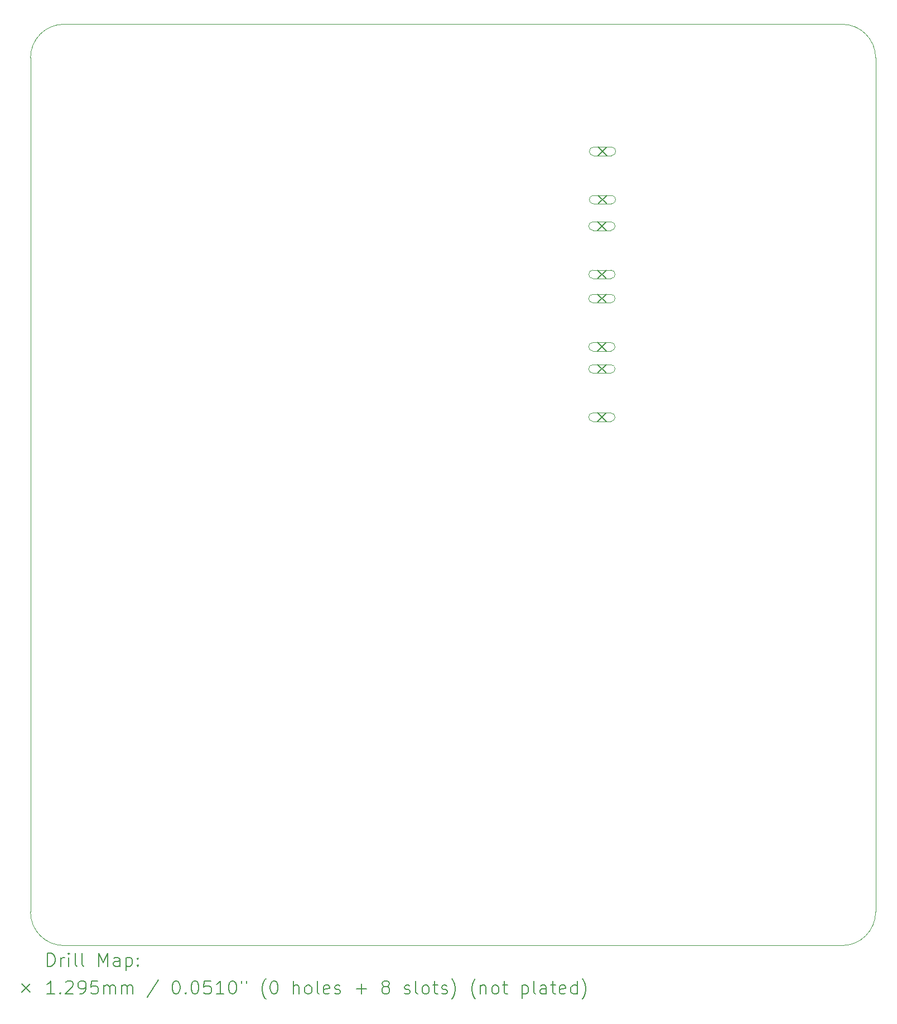
<source format=gbr>
%TF.GenerationSoftware,KiCad,Pcbnew,9.0.3*%
%TF.CreationDate,2025-09-17T10:51:44-04:00*%
%TF.ProjectId,4_COLD_TPC_SiPM_Pre_Amp,345f434f-4c44-45f5-9450-435f5369504d,rev?*%
%TF.SameCoordinates,Original*%
%TF.FileFunction,Drillmap*%
%TF.FilePolarity,Positive*%
%FSLAX45Y45*%
G04 Gerber Fmt 4.5, Leading zero omitted, Abs format (unit mm)*
G04 Created by KiCad (PCBNEW 9.0.3) date 2025-09-17 10:51:44*
%MOMM*%
%LPD*%
G01*
G04 APERTURE LIST*
%ADD10C,0.050000*%
%ADD11C,0.200000*%
%ADD12C,0.129540*%
%ADD13C,0.100000*%
G04 APERTURE END LIST*
D10*
X13208000Y-18796000D02*
G75*
G02*
X12700000Y-18288000I0J508000D01*
G01*
X12700000Y-16764000D02*
X12700000Y-5334000D01*
X12700000Y-5334000D02*
G75*
G02*
X13208000Y-4826000I508000J0D01*
G01*
X25019000Y-18796000D02*
X13208000Y-18796000D01*
X12700000Y-18288000D02*
X12700000Y-16764000D01*
X25019000Y-4826000D02*
G75*
G02*
X25527000Y-5334000I0J-508000D01*
G01*
X25527000Y-5334000D02*
X25527000Y-18288000D01*
X13208000Y-4826000D02*
X25019000Y-4826000D01*
X25527000Y-18288000D02*
G75*
G02*
X25019000Y-18796000I-508000J0D01*
G01*
D11*
D12*
X21307230Y-8920230D02*
X21436770Y-9049770D01*
X21436770Y-8920230D02*
X21307230Y-9049770D01*
D13*
X21236770Y-9049770D02*
X21507230Y-9049770D01*
X21507230Y-8920230D02*
G75*
G02*
X21507230Y-9049770I0J-64770D01*
G01*
X21507230Y-8920230D02*
X21236770Y-8920230D01*
X21236770Y-8920230D02*
G75*
G03*
X21236770Y-9049770I0J-64770D01*
G01*
D12*
X21307230Y-9652230D02*
X21436770Y-9781770D01*
X21436770Y-9652230D02*
X21307230Y-9781770D01*
D13*
X21236770Y-9781770D02*
X21507230Y-9781770D01*
X21507230Y-9652230D02*
G75*
G02*
X21507230Y-9781770I0J-64770D01*
G01*
X21507230Y-9652230D02*
X21236770Y-9652230D01*
X21236770Y-9652230D02*
G75*
G03*
X21236770Y-9781770I0J-64770D01*
G01*
D12*
X21307230Y-9987230D02*
X21436770Y-10116770D01*
X21436770Y-9987230D02*
X21307230Y-10116770D01*
D13*
X21236770Y-10116770D02*
X21507230Y-10116770D01*
X21507230Y-9987230D02*
G75*
G02*
X21507230Y-10116770I0J-64770D01*
G01*
X21507230Y-9987230D02*
X21236770Y-9987230D01*
X21236770Y-9987230D02*
G75*
G03*
X21236770Y-10116770I0J-64770D01*
G01*
D12*
X21307230Y-10719230D02*
X21436770Y-10848770D01*
X21436770Y-10719230D02*
X21307230Y-10848770D01*
D13*
X21236770Y-10848770D02*
X21507230Y-10848770D01*
X21507230Y-10719230D02*
G75*
G02*
X21507230Y-10848770I0J-64770D01*
G01*
X21507230Y-10719230D02*
X21236770Y-10719230D01*
X21236770Y-10719230D02*
G75*
G03*
X21236770Y-10848770I0J-64770D01*
G01*
D12*
X21308230Y-7821230D02*
X21437770Y-7950770D01*
X21437770Y-7821230D02*
X21308230Y-7950770D01*
D13*
X21237770Y-7950770D02*
X21508230Y-7950770D01*
X21508230Y-7821230D02*
G75*
G02*
X21508230Y-7950770I0J-64770D01*
G01*
X21508230Y-7821230D02*
X21237770Y-7821230D01*
X21237770Y-7821230D02*
G75*
G03*
X21237770Y-7950770I0J-64770D01*
G01*
D12*
X21308230Y-8553230D02*
X21437770Y-8682770D01*
X21437770Y-8553230D02*
X21308230Y-8682770D01*
D13*
X21237770Y-8682770D02*
X21508230Y-8682770D01*
X21508230Y-8553230D02*
G75*
G02*
X21508230Y-8682770I0J-64770D01*
G01*
X21508230Y-8553230D02*
X21237770Y-8553230D01*
X21237770Y-8553230D02*
G75*
G03*
X21237770Y-8682770I0J-64770D01*
G01*
D12*
X21317230Y-6688230D02*
X21446770Y-6817770D01*
X21446770Y-6688230D02*
X21317230Y-6817770D01*
D13*
X21246770Y-6817770D02*
X21517230Y-6817770D01*
X21517230Y-6688230D02*
G75*
G02*
X21517230Y-6817770I0J-64770D01*
G01*
X21517230Y-6688230D02*
X21246770Y-6688230D01*
X21246770Y-6688230D02*
G75*
G03*
X21246770Y-6817770I0J-64770D01*
G01*
D12*
X21317230Y-7420230D02*
X21446770Y-7549770D01*
X21446770Y-7420230D02*
X21317230Y-7549770D01*
D13*
X21246770Y-7549770D02*
X21517230Y-7549770D01*
X21517230Y-7420230D02*
G75*
G02*
X21517230Y-7549770I0J-64770D01*
G01*
X21517230Y-7420230D02*
X21246770Y-7420230D01*
X21246770Y-7420230D02*
G75*
G03*
X21246770Y-7549770I0J-64770D01*
G01*
D11*
X12958277Y-19109984D02*
X12958277Y-18909984D01*
X12958277Y-18909984D02*
X13005896Y-18909984D01*
X13005896Y-18909984D02*
X13034467Y-18919508D01*
X13034467Y-18919508D02*
X13053515Y-18938555D01*
X13053515Y-18938555D02*
X13063039Y-18957603D01*
X13063039Y-18957603D02*
X13072562Y-18995698D01*
X13072562Y-18995698D02*
X13072562Y-19024270D01*
X13072562Y-19024270D02*
X13063039Y-19062365D01*
X13063039Y-19062365D02*
X13053515Y-19081412D01*
X13053515Y-19081412D02*
X13034467Y-19100460D01*
X13034467Y-19100460D02*
X13005896Y-19109984D01*
X13005896Y-19109984D02*
X12958277Y-19109984D01*
X13158277Y-19109984D02*
X13158277Y-18976650D01*
X13158277Y-19014746D02*
X13167801Y-18995698D01*
X13167801Y-18995698D02*
X13177324Y-18986174D01*
X13177324Y-18986174D02*
X13196372Y-18976650D01*
X13196372Y-18976650D02*
X13215420Y-18976650D01*
X13282086Y-19109984D02*
X13282086Y-18976650D01*
X13282086Y-18909984D02*
X13272562Y-18919508D01*
X13272562Y-18919508D02*
X13282086Y-18929031D01*
X13282086Y-18929031D02*
X13291610Y-18919508D01*
X13291610Y-18919508D02*
X13282086Y-18909984D01*
X13282086Y-18909984D02*
X13282086Y-18929031D01*
X13405896Y-19109984D02*
X13386848Y-19100460D01*
X13386848Y-19100460D02*
X13377324Y-19081412D01*
X13377324Y-19081412D02*
X13377324Y-18909984D01*
X13510658Y-19109984D02*
X13491610Y-19100460D01*
X13491610Y-19100460D02*
X13482086Y-19081412D01*
X13482086Y-19081412D02*
X13482086Y-18909984D01*
X13739229Y-19109984D02*
X13739229Y-18909984D01*
X13739229Y-18909984D02*
X13805896Y-19052841D01*
X13805896Y-19052841D02*
X13872562Y-18909984D01*
X13872562Y-18909984D02*
X13872562Y-19109984D01*
X14053515Y-19109984D02*
X14053515Y-19005222D01*
X14053515Y-19005222D02*
X14043991Y-18986174D01*
X14043991Y-18986174D02*
X14024943Y-18976650D01*
X14024943Y-18976650D02*
X13986848Y-18976650D01*
X13986848Y-18976650D02*
X13967801Y-18986174D01*
X14053515Y-19100460D02*
X14034467Y-19109984D01*
X14034467Y-19109984D02*
X13986848Y-19109984D01*
X13986848Y-19109984D02*
X13967801Y-19100460D01*
X13967801Y-19100460D02*
X13958277Y-19081412D01*
X13958277Y-19081412D02*
X13958277Y-19062365D01*
X13958277Y-19062365D02*
X13967801Y-19043317D01*
X13967801Y-19043317D02*
X13986848Y-19033793D01*
X13986848Y-19033793D02*
X14034467Y-19033793D01*
X14034467Y-19033793D02*
X14053515Y-19024270D01*
X14148753Y-18976650D02*
X14148753Y-19176650D01*
X14148753Y-18986174D02*
X14167801Y-18976650D01*
X14167801Y-18976650D02*
X14205896Y-18976650D01*
X14205896Y-18976650D02*
X14224943Y-18986174D01*
X14224943Y-18986174D02*
X14234467Y-18995698D01*
X14234467Y-18995698D02*
X14243991Y-19014746D01*
X14243991Y-19014746D02*
X14243991Y-19071889D01*
X14243991Y-19071889D02*
X14234467Y-19090936D01*
X14234467Y-19090936D02*
X14224943Y-19100460D01*
X14224943Y-19100460D02*
X14205896Y-19109984D01*
X14205896Y-19109984D02*
X14167801Y-19109984D01*
X14167801Y-19109984D02*
X14148753Y-19100460D01*
X14329705Y-19090936D02*
X14339229Y-19100460D01*
X14339229Y-19100460D02*
X14329705Y-19109984D01*
X14329705Y-19109984D02*
X14320182Y-19100460D01*
X14320182Y-19100460D02*
X14329705Y-19090936D01*
X14329705Y-19090936D02*
X14329705Y-19109984D01*
X14329705Y-18986174D02*
X14339229Y-18995698D01*
X14339229Y-18995698D02*
X14329705Y-19005222D01*
X14329705Y-19005222D02*
X14320182Y-18995698D01*
X14320182Y-18995698D02*
X14329705Y-18986174D01*
X14329705Y-18986174D02*
X14329705Y-19005222D01*
D12*
X12567960Y-19373730D02*
X12697500Y-19503270D01*
X12697500Y-19373730D02*
X12567960Y-19503270D01*
D11*
X13063039Y-19529984D02*
X12948753Y-19529984D01*
X13005896Y-19529984D02*
X13005896Y-19329984D01*
X13005896Y-19329984D02*
X12986848Y-19358555D01*
X12986848Y-19358555D02*
X12967801Y-19377603D01*
X12967801Y-19377603D02*
X12948753Y-19387127D01*
X13148753Y-19510936D02*
X13158277Y-19520460D01*
X13158277Y-19520460D02*
X13148753Y-19529984D01*
X13148753Y-19529984D02*
X13139229Y-19520460D01*
X13139229Y-19520460D02*
X13148753Y-19510936D01*
X13148753Y-19510936D02*
X13148753Y-19529984D01*
X13234467Y-19349031D02*
X13243991Y-19339508D01*
X13243991Y-19339508D02*
X13263039Y-19329984D01*
X13263039Y-19329984D02*
X13310658Y-19329984D01*
X13310658Y-19329984D02*
X13329705Y-19339508D01*
X13329705Y-19339508D02*
X13339229Y-19349031D01*
X13339229Y-19349031D02*
X13348753Y-19368079D01*
X13348753Y-19368079D02*
X13348753Y-19387127D01*
X13348753Y-19387127D02*
X13339229Y-19415698D01*
X13339229Y-19415698D02*
X13224943Y-19529984D01*
X13224943Y-19529984D02*
X13348753Y-19529984D01*
X13443991Y-19529984D02*
X13482086Y-19529984D01*
X13482086Y-19529984D02*
X13501134Y-19520460D01*
X13501134Y-19520460D02*
X13510658Y-19510936D01*
X13510658Y-19510936D02*
X13529705Y-19482365D01*
X13529705Y-19482365D02*
X13539229Y-19444270D01*
X13539229Y-19444270D02*
X13539229Y-19368079D01*
X13539229Y-19368079D02*
X13529705Y-19349031D01*
X13529705Y-19349031D02*
X13520182Y-19339508D01*
X13520182Y-19339508D02*
X13501134Y-19329984D01*
X13501134Y-19329984D02*
X13463039Y-19329984D01*
X13463039Y-19329984D02*
X13443991Y-19339508D01*
X13443991Y-19339508D02*
X13434467Y-19349031D01*
X13434467Y-19349031D02*
X13424943Y-19368079D01*
X13424943Y-19368079D02*
X13424943Y-19415698D01*
X13424943Y-19415698D02*
X13434467Y-19434746D01*
X13434467Y-19434746D02*
X13443991Y-19444270D01*
X13443991Y-19444270D02*
X13463039Y-19453793D01*
X13463039Y-19453793D02*
X13501134Y-19453793D01*
X13501134Y-19453793D02*
X13520182Y-19444270D01*
X13520182Y-19444270D02*
X13529705Y-19434746D01*
X13529705Y-19434746D02*
X13539229Y-19415698D01*
X13720182Y-19329984D02*
X13624943Y-19329984D01*
X13624943Y-19329984D02*
X13615420Y-19425222D01*
X13615420Y-19425222D02*
X13624943Y-19415698D01*
X13624943Y-19415698D02*
X13643991Y-19406174D01*
X13643991Y-19406174D02*
X13691610Y-19406174D01*
X13691610Y-19406174D02*
X13710658Y-19415698D01*
X13710658Y-19415698D02*
X13720182Y-19425222D01*
X13720182Y-19425222D02*
X13729705Y-19444270D01*
X13729705Y-19444270D02*
X13729705Y-19491889D01*
X13729705Y-19491889D02*
X13720182Y-19510936D01*
X13720182Y-19510936D02*
X13710658Y-19520460D01*
X13710658Y-19520460D02*
X13691610Y-19529984D01*
X13691610Y-19529984D02*
X13643991Y-19529984D01*
X13643991Y-19529984D02*
X13624943Y-19520460D01*
X13624943Y-19520460D02*
X13615420Y-19510936D01*
X13815420Y-19529984D02*
X13815420Y-19396650D01*
X13815420Y-19415698D02*
X13824943Y-19406174D01*
X13824943Y-19406174D02*
X13843991Y-19396650D01*
X13843991Y-19396650D02*
X13872563Y-19396650D01*
X13872563Y-19396650D02*
X13891610Y-19406174D01*
X13891610Y-19406174D02*
X13901134Y-19425222D01*
X13901134Y-19425222D02*
X13901134Y-19529984D01*
X13901134Y-19425222D02*
X13910658Y-19406174D01*
X13910658Y-19406174D02*
X13929705Y-19396650D01*
X13929705Y-19396650D02*
X13958277Y-19396650D01*
X13958277Y-19396650D02*
X13977324Y-19406174D01*
X13977324Y-19406174D02*
X13986848Y-19425222D01*
X13986848Y-19425222D02*
X13986848Y-19529984D01*
X14082086Y-19529984D02*
X14082086Y-19396650D01*
X14082086Y-19415698D02*
X14091610Y-19406174D01*
X14091610Y-19406174D02*
X14110658Y-19396650D01*
X14110658Y-19396650D02*
X14139229Y-19396650D01*
X14139229Y-19396650D02*
X14158277Y-19406174D01*
X14158277Y-19406174D02*
X14167801Y-19425222D01*
X14167801Y-19425222D02*
X14167801Y-19529984D01*
X14167801Y-19425222D02*
X14177324Y-19406174D01*
X14177324Y-19406174D02*
X14196372Y-19396650D01*
X14196372Y-19396650D02*
X14224943Y-19396650D01*
X14224943Y-19396650D02*
X14243991Y-19406174D01*
X14243991Y-19406174D02*
X14253515Y-19425222D01*
X14253515Y-19425222D02*
X14253515Y-19529984D01*
X14643991Y-19320460D02*
X14472563Y-19577603D01*
X14901134Y-19329984D02*
X14920182Y-19329984D01*
X14920182Y-19329984D02*
X14939229Y-19339508D01*
X14939229Y-19339508D02*
X14948753Y-19349031D01*
X14948753Y-19349031D02*
X14958277Y-19368079D01*
X14958277Y-19368079D02*
X14967801Y-19406174D01*
X14967801Y-19406174D02*
X14967801Y-19453793D01*
X14967801Y-19453793D02*
X14958277Y-19491889D01*
X14958277Y-19491889D02*
X14948753Y-19510936D01*
X14948753Y-19510936D02*
X14939229Y-19520460D01*
X14939229Y-19520460D02*
X14920182Y-19529984D01*
X14920182Y-19529984D02*
X14901134Y-19529984D01*
X14901134Y-19529984D02*
X14882086Y-19520460D01*
X14882086Y-19520460D02*
X14872563Y-19510936D01*
X14872563Y-19510936D02*
X14863039Y-19491889D01*
X14863039Y-19491889D02*
X14853515Y-19453793D01*
X14853515Y-19453793D02*
X14853515Y-19406174D01*
X14853515Y-19406174D02*
X14863039Y-19368079D01*
X14863039Y-19368079D02*
X14872563Y-19349031D01*
X14872563Y-19349031D02*
X14882086Y-19339508D01*
X14882086Y-19339508D02*
X14901134Y-19329984D01*
X15053515Y-19510936D02*
X15063039Y-19520460D01*
X15063039Y-19520460D02*
X15053515Y-19529984D01*
X15053515Y-19529984D02*
X15043991Y-19520460D01*
X15043991Y-19520460D02*
X15053515Y-19510936D01*
X15053515Y-19510936D02*
X15053515Y-19529984D01*
X15186848Y-19329984D02*
X15205896Y-19329984D01*
X15205896Y-19329984D02*
X15224944Y-19339508D01*
X15224944Y-19339508D02*
X15234467Y-19349031D01*
X15234467Y-19349031D02*
X15243991Y-19368079D01*
X15243991Y-19368079D02*
X15253515Y-19406174D01*
X15253515Y-19406174D02*
X15253515Y-19453793D01*
X15253515Y-19453793D02*
X15243991Y-19491889D01*
X15243991Y-19491889D02*
X15234467Y-19510936D01*
X15234467Y-19510936D02*
X15224944Y-19520460D01*
X15224944Y-19520460D02*
X15205896Y-19529984D01*
X15205896Y-19529984D02*
X15186848Y-19529984D01*
X15186848Y-19529984D02*
X15167801Y-19520460D01*
X15167801Y-19520460D02*
X15158277Y-19510936D01*
X15158277Y-19510936D02*
X15148753Y-19491889D01*
X15148753Y-19491889D02*
X15139229Y-19453793D01*
X15139229Y-19453793D02*
X15139229Y-19406174D01*
X15139229Y-19406174D02*
X15148753Y-19368079D01*
X15148753Y-19368079D02*
X15158277Y-19349031D01*
X15158277Y-19349031D02*
X15167801Y-19339508D01*
X15167801Y-19339508D02*
X15186848Y-19329984D01*
X15434467Y-19329984D02*
X15339229Y-19329984D01*
X15339229Y-19329984D02*
X15329706Y-19425222D01*
X15329706Y-19425222D02*
X15339229Y-19415698D01*
X15339229Y-19415698D02*
X15358277Y-19406174D01*
X15358277Y-19406174D02*
X15405896Y-19406174D01*
X15405896Y-19406174D02*
X15424944Y-19415698D01*
X15424944Y-19415698D02*
X15434467Y-19425222D01*
X15434467Y-19425222D02*
X15443991Y-19444270D01*
X15443991Y-19444270D02*
X15443991Y-19491889D01*
X15443991Y-19491889D02*
X15434467Y-19510936D01*
X15434467Y-19510936D02*
X15424944Y-19520460D01*
X15424944Y-19520460D02*
X15405896Y-19529984D01*
X15405896Y-19529984D02*
X15358277Y-19529984D01*
X15358277Y-19529984D02*
X15339229Y-19520460D01*
X15339229Y-19520460D02*
X15329706Y-19510936D01*
X15634467Y-19529984D02*
X15520182Y-19529984D01*
X15577325Y-19529984D02*
X15577325Y-19329984D01*
X15577325Y-19329984D02*
X15558277Y-19358555D01*
X15558277Y-19358555D02*
X15539229Y-19377603D01*
X15539229Y-19377603D02*
X15520182Y-19387127D01*
X15758277Y-19329984D02*
X15777325Y-19329984D01*
X15777325Y-19329984D02*
X15796372Y-19339508D01*
X15796372Y-19339508D02*
X15805896Y-19349031D01*
X15805896Y-19349031D02*
X15815420Y-19368079D01*
X15815420Y-19368079D02*
X15824944Y-19406174D01*
X15824944Y-19406174D02*
X15824944Y-19453793D01*
X15824944Y-19453793D02*
X15815420Y-19491889D01*
X15815420Y-19491889D02*
X15805896Y-19510936D01*
X15805896Y-19510936D02*
X15796372Y-19520460D01*
X15796372Y-19520460D02*
X15777325Y-19529984D01*
X15777325Y-19529984D02*
X15758277Y-19529984D01*
X15758277Y-19529984D02*
X15739229Y-19520460D01*
X15739229Y-19520460D02*
X15729706Y-19510936D01*
X15729706Y-19510936D02*
X15720182Y-19491889D01*
X15720182Y-19491889D02*
X15710658Y-19453793D01*
X15710658Y-19453793D02*
X15710658Y-19406174D01*
X15710658Y-19406174D02*
X15720182Y-19368079D01*
X15720182Y-19368079D02*
X15729706Y-19349031D01*
X15729706Y-19349031D02*
X15739229Y-19339508D01*
X15739229Y-19339508D02*
X15758277Y-19329984D01*
X15901134Y-19329984D02*
X15901134Y-19368079D01*
X15977325Y-19329984D02*
X15977325Y-19368079D01*
X16272563Y-19606174D02*
X16263039Y-19596650D01*
X16263039Y-19596650D02*
X16243991Y-19568079D01*
X16243991Y-19568079D02*
X16234468Y-19549031D01*
X16234468Y-19549031D02*
X16224944Y-19520460D01*
X16224944Y-19520460D02*
X16215420Y-19472841D01*
X16215420Y-19472841D02*
X16215420Y-19434746D01*
X16215420Y-19434746D02*
X16224944Y-19387127D01*
X16224944Y-19387127D02*
X16234468Y-19358555D01*
X16234468Y-19358555D02*
X16243991Y-19339508D01*
X16243991Y-19339508D02*
X16263039Y-19310936D01*
X16263039Y-19310936D02*
X16272563Y-19301412D01*
X16386848Y-19329984D02*
X16405896Y-19329984D01*
X16405896Y-19329984D02*
X16424944Y-19339508D01*
X16424944Y-19339508D02*
X16434468Y-19349031D01*
X16434468Y-19349031D02*
X16443991Y-19368079D01*
X16443991Y-19368079D02*
X16453515Y-19406174D01*
X16453515Y-19406174D02*
X16453515Y-19453793D01*
X16453515Y-19453793D02*
X16443991Y-19491889D01*
X16443991Y-19491889D02*
X16434468Y-19510936D01*
X16434468Y-19510936D02*
X16424944Y-19520460D01*
X16424944Y-19520460D02*
X16405896Y-19529984D01*
X16405896Y-19529984D02*
X16386848Y-19529984D01*
X16386848Y-19529984D02*
X16367801Y-19520460D01*
X16367801Y-19520460D02*
X16358277Y-19510936D01*
X16358277Y-19510936D02*
X16348753Y-19491889D01*
X16348753Y-19491889D02*
X16339229Y-19453793D01*
X16339229Y-19453793D02*
X16339229Y-19406174D01*
X16339229Y-19406174D02*
X16348753Y-19368079D01*
X16348753Y-19368079D02*
X16358277Y-19349031D01*
X16358277Y-19349031D02*
X16367801Y-19339508D01*
X16367801Y-19339508D02*
X16386848Y-19329984D01*
X16691610Y-19529984D02*
X16691610Y-19329984D01*
X16777325Y-19529984D02*
X16777325Y-19425222D01*
X16777325Y-19425222D02*
X16767801Y-19406174D01*
X16767801Y-19406174D02*
X16748753Y-19396650D01*
X16748753Y-19396650D02*
X16720182Y-19396650D01*
X16720182Y-19396650D02*
X16701134Y-19406174D01*
X16701134Y-19406174D02*
X16691610Y-19415698D01*
X16901134Y-19529984D02*
X16882087Y-19520460D01*
X16882087Y-19520460D02*
X16872563Y-19510936D01*
X16872563Y-19510936D02*
X16863039Y-19491889D01*
X16863039Y-19491889D02*
X16863039Y-19434746D01*
X16863039Y-19434746D02*
X16872563Y-19415698D01*
X16872563Y-19415698D02*
X16882087Y-19406174D01*
X16882087Y-19406174D02*
X16901134Y-19396650D01*
X16901134Y-19396650D02*
X16929706Y-19396650D01*
X16929706Y-19396650D02*
X16948753Y-19406174D01*
X16948753Y-19406174D02*
X16958277Y-19415698D01*
X16958277Y-19415698D02*
X16967801Y-19434746D01*
X16967801Y-19434746D02*
X16967801Y-19491889D01*
X16967801Y-19491889D02*
X16958277Y-19510936D01*
X16958277Y-19510936D02*
X16948753Y-19520460D01*
X16948753Y-19520460D02*
X16929706Y-19529984D01*
X16929706Y-19529984D02*
X16901134Y-19529984D01*
X17082087Y-19529984D02*
X17063039Y-19520460D01*
X17063039Y-19520460D02*
X17053515Y-19501412D01*
X17053515Y-19501412D02*
X17053515Y-19329984D01*
X17234468Y-19520460D02*
X17215420Y-19529984D01*
X17215420Y-19529984D02*
X17177325Y-19529984D01*
X17177325Y-19529984D02*
X17158277Y-19520460D01*
X17158277Y-19520460D02*
X17148753Y-19501412D01*
X17148753Y-19501412D02*
X17148753Y-19425222D01*
X17148753Y-19425222D02*
X17158277Y-19406174D01*
X17158277Y-19406174D02*
X17177325Y-19396650D01*
X17177325Y-19396650D02*
X17215420Y-19396650D01*
X17215420Y-19396650D02*
X17234468Y-19406174D01*
X17234468Y-19406174D02*
X17243992Y-19425222D01*
X17243992Y-19425222D02*
X17243992Y-19444270D01*
X17243992Y-19444270D02*
X17148753Y-19463317D01*
X17320182Y-19520460D02*
X17339230Y-19529984D01*
X17339230Y-19529984D02*
X17377325Y-19529984D01*
X17377325Y-19529984D02*
X17396373Y-19520460D01*
X17396373Y-19520460D02*
X17405896Y-19501412D01*
X17405896Y-19501412D02*
X17405896Y-19491889D01*
X17405896Y-19491889D02*
X17396373Y-19472841D01*
X17396373Y-19472841D02*
X17377325Y-19463317D01*
X17377325Y-19463317D02*
X17348753Y-19463317D01*
X17348753Y-19463317D02*
X17329706Y-19453793D01*
X17329706Y-19453793D02*
X17320182Y-19434746D01*
X17320182Y-19434746D02*
X17320182Y-19425222D01*
X17320182Y-19425222D02*
X17329706Y-19406174D01*
X17329706Y-19406174D02*
X17348753Y-19396650D01*
X17348753Y-19396650D02*
X17377325Y-19396650D01*
X17377325Y-19396650D02*
X17396373Y-19406174D01*
X17643992Y-19453793D02*
X17796373Y-19453793D01*
X17720182Y-19529984D02*
X17720182Y-19377603D01*
X18072563Y-19415698D02*
X18053515Y-19406174D01*
X18053515Y-19406174D02*
X18043992Y-19396650D01*
X18043992Y-19396650D02*
X18034468Y-19377603D01*
X18034468Y-19377603D02*
X18034468Y-19368079D01*
X18034468Y-19368079D02*
X18043992Y-19349031D01*
X18043992Y-19349031D02*
X18053515Y-19339508D01*
X18053515Y-19339508D02*
X18072563Y-19329984D01*
X18072563Y-19329984D02*
X18110658Y-19329984D01*
X18110658Y-19329984D02*
X18129706Y-19339508D01*
X18129706Y-19339508D02*
X18139230Y-19349031D01*
X18139230Y-19349031D02*
X18148754Y-19368079D01*
X18148754Y-19368079D02*
X18148754Y-19377603D01*
X18148754Y-19377603D02*
X18139230Y-19396650D01*
X18139230Y-19396650D02*
X18129706Y-19406174D01*
X18129706Y-19406174D02*
X18110658Y-19415698D01*
X18110658Y-19415698D02*
X18072563Y-19415698D01*
X18072563Y-19415698D02*
X18053515Y-19425222D01*
X18053515Y-19425222D02*
X18043992Y-19434746D01*
X18043992Y-19434746D02*
X18034468Y-19453793D01*
X18034468Y-19453793D02*
X18034468Y-19491889D01*
X18034468Y-19491889D02*
X18043992Y-19510936D01*
X18043992Y-19510936D02*
X18053515Y-19520460D01*
X18053515Y-19520460D02*
X18072563Y-19529984D01*
X18072563Y-19529984D02*
X18110658Y-19529984D01*
X18110658Y-19529984D02*
X18129706Y-19520460D01*
X18129706Y-19520460D02*
X18139230Y-19510936D01*
X18139230Y-19510936D02*
X18148754Y-19491889D01*
X18148754Y-19491889D02*
X18148754Y-19453793D01*
X18148754Y-19453793D02*
X18139230Y-19434746D01*
X18139230Y-19434746D02*
X18129706Y-19425222D01*
X18129706Y-19425222D02*
X18110658Y-19415698D01*
X18377325Y-19520460D02*
X18396373Y-19529984D01*
X18396373Y-19529984D02*
X18434468Y-19529984D01*
X18434468Y-19529984D02*
X18453516Y-19520460D01*
X18453516Y-19520460D02*
X18463039Y-19501412D01*
X18463039Y-19501412D02*
X18463039Y-19491889D01*
X18463039Y-19491889D02*
X18453516Y-19472841D01*
X18453516Y-19472841D02*
X18434468Y-19463317D01*
X18434468Y-19463317D02*
X18405896Y-19463317D01*
X18405896Y-19463317D02*
X18386849Y-19453793D01*
X18386849Y-19453793D02*
X18377325Y-19434746D01*
X18377325Y-19434746D02*
X18377325Y-19425222D01*
X18377325Y-19425222D02*
X18386849Y-19406174D01*
X18386849Y-19406174D02*
X18405896Y-19396650D01*
X18405896Y-19396650D02*
X18434468Y-19396650D01*
X18434468Y-19396650D02*
X18453516Y-19406174D01*
X18577325Y-19529984D02*
X18558277Y-19520460D01*
X18558277Y-19520460D02*
X18548754Y-19501412D01*
X18548754Y-19501412D02*
X18548754Y-19329984D01*
X18682087Y-19529984D02*
X18663039Y-19520460D01*
X18663039Y-19520460D02*
X18653516Y-19510936D01*
X18653516Y-19510936D02*
X18643992Y-19491889D01*
X18643992Y-19491889D02*
X18643992Y-19434746D01*
X18643992Y-19434746D02*
X18653516Y-19415698D01*
X18653516Y-19415698D02*
X18663039Y-19406174D01*
X18663039Y-19406174D02*
X18682087Y-19396650D01*
X18682087Y-19396650D02*
X18710658Y-19396650D01*
X18710658Y-19396650D02*
X18729706Y-19406174D01*
X18729706Y-19406174D02*
X18739230Y-19415698D01*
X18739230Y-19415698D02*
X18748754Y-19434746D01*
X18748754Y-19434746D02*
X18748754Y-19491889D01*
X18748754Y-19491889D02*
X18739230Y-19510936D01*
X18739230Y-19510936D02*
X18729706Y-19520460D01*
X18729706Y-19520460D02*
X18710658Y-19529984D01*
X18710658Y-19529984D02*
X18682087Y-19529984D01*
X18805897Y-19396650D02*
X18882087Y-19396650D01*
X18834468Y-19329984D02*
X18834468Y-19501412D01*
X18834468Y-19501412D02*
X18843992Y-19520460D01*
X18843992Y-19520460D02*
X18863039Y-19529984D01*
X18863039Y-19529984D02*
X18882087Y-19529984D01*
X18939230Y-19520460D02*
X18958277Y-19529984D01*
X18958277Y-19529984D02*
X18996373Y-19529984D01*
X18996373Y-19529984D02*
X19015420Y-19520460D01*
X19015420Y-19520460D02*
X19024944Y-19501412D01*
X19024944Y-19501412D02*
X19024944Y-19491889D01*
X19024944Y-19491889D02*
X19015420Y-19472841D01*
X19015420Y-19472841D02*
X18996373Y-19463317D01*
X18996373Y-19463317D02*
X18967801Y-19463317D01*
X18967801Y-19463317D02*
X18948754Y-19453793D01*
X18948754Y-19453793D02*
X18939230Y-19434746D01*
X18939230Y-19434746D02*
X18939230Y-19425222D01*
X18939230Y-19425222D02*
X18948754Y-19406174D01*
X18948754Y-19406174D02*
X18967801Y-19396650D01*
X18967801Y-19396650D02*
X18996373Y-19396650D01*
X18996373Y-19396650D02*
X19015420Y-19406174D01*
X19091611Y-19606174D02*
X19101135Y-19596650D01*
X19101135Y-19596650D02*
X19120182Y-19568079D01*
X19120182Y-19568079D02*
X19129706Y-19549031D01*
X19129706Y-19549031D02*
X19139230Y-19520460D01*
X19139230Y-19520460D02*
X19148754Y-19472841D01*
X19148754Y-19472841D02*
X19148754Y-19434746D01*
X19148754Y-19434746D02*
X19139230Y-19387127D01*
X19139230Y-19387127D02*
X19129706Y-19358555D01*
X19129706Y-19358555D02*
X19120182Y-19339508D01*
X19120182Y-19339508D02*
X19101135Y-19310936D01*
X19101135Y-19310936D02*
X19091611Y-19301412D01*
X19453516Y-19606174D02*
X19443992Y-19596650D01*
X19443992Y-19596650D02*
X19424944Y-19568079D01*
X19424944Y-19568079D02*
X19415420Y-19549031D01*
X19415420Y-19549031D02*
X19405897Y-19520460D01*
X19405897Y-19520460D02*
X19396373Y-19472841D01*
X19396373Y-19472841D02*
X19396373Y-19434746D01*
X19396373Y-19434746D02*
X19405897Y-19387127D01*
X19405897Y-19387127D02*
X19415420Y-19358555D01*
X19415420Y-19358555D02*
X19424944Y-19339508D01*
X19424944Y-19339508D02*
X19443992Y-19310936D01*
X19443992Y-19310936D02*
X19453516Y-19301412D01*
X19529706Y-19396650D02*
X19529706Y-19529984D01*
X19529706Y-19415698D02*
X19539230Y-19406174D01*
X19539230Y-19406174D02*
X19558277Y-19396650D01*
X19558277Y-19396650D02*
X19586849Y-19396650D01*
X19586849Y-19396650D02*
X19605897Y-19406174D01*
X19605897Y-19406174D02*
X19615420Y-19425222D01*
X19615420Y-19425222D02*
X19615420Y-19529984D01*
X19739230Y-19529984D02*
X19720182Y-19520460D01*
X19720182Y-19520460D02*
X19710658Y-19510936D01*
X19710658Y-19510936D02*
X19701135Y-19491889D01*
X19701135Y-19491889D02*
X19701135Y-19434746D01*
X19701135Y-19434746D02*
X19710658Y-19415698D01*
X19710658Y-19415698D02*
X19720182Y-19406174D01*
X19720182Y-19406174D02*
X19739230Y-19396650D01*
X19739230Y-19396650D02*
X19767801Y-19396650D01*
X19767801Y-19396650D02*
X19786849Y-19406174D01*
X19786849Y-19406174D02*
X19796373Y-19415698D01*
X19796373Y-19415698D02*
X19805897Y-19434746D01*
X19805897Y-19434746D02*
X19805897Y-19491889D01*
X19805897Y-19491889D02*
X19796373Y-19510936D01*
X19796373Y-19510936D02*
X19786849Y-19520460D01*
X19786849Y-19520460D02*
X19767801Y-19529984D01*
X19767801Y-19529984D02*
X19739230Y-19529984D01*
X19863039Y-19396650D02*
X19939230Y-19396650D01*
X19891611Y-19329984D02*
X19891611Y-19501412D01*
X19891611Y-19501412D02*
X19901135Y-19520460D01*
X19901135Y-19520460D02*
X19920182Y-19529984D01*
X19920182Y-19529984D02*
X19939230Y-19529984D01*
X20158278Y-19396650D02*
X20158278Y-19596650D01*
X20158278Y-19406174D02*
X20177325Y-19396650D01*
X20177325Y-19396650D02*
X20215420Y-19396650D01*
X20215420Y-19396650D02*
X20234468Y-19406174D01*
X20234468Y-19406174D02*
X20243992Y-19415698D01*
X20243992Y-19415698D02*
X20253516Y-19434746D01*
X20253516Y-19434746D02*
X20253516Y-19491889D01*
X20253516Y-19491889D02*
X20243992Y-19510936D01*
X20243992Y-19510936D02*
X20234468Y-19520460D01*
X20234468Y-19520460D02*
X20215420Y-19529984D01*
X20215420Y-19529984D02*
X20177325Y-19529984D01*
X20177325Y-19529984D02*
X20158278Y-19520460D01*
X20367801Y-19529984D02*
X20348754Y-19520460D01*
X20348754Y-19520460D02*
X20339230Y-19501412D01*
X20339230Y-19501412D02*
X20339230Y-19329984D01*
X20529706Y-19529984D02*
X20529706Y-19425222D01*
X20529706Y-19425222D02*
X20520182Y-19406174D01*
X20520182Y-19406174D02*
X20501135Y-19396650D01*
X20501135Y-19396650D02*
X20463039Y-19396650D01*
X20463039Y-19396650D02*
X20443992Y-19406174D01*
X20529706Y-19520460D02*
X20510659Y-19529984D01*
X20510659Y-19529984D02*
X20463039Y-19529984D01*
X20463039Y-19529984D02*
X20443992Y-19520460D01*
X20443992Y-19520460D02*
X20434468Y-19501412D01*
X20434468Y-19501412D02*
X20434468Y-19482365D01*
X20434468Y-19482365D02*
X20443992Y-19463317D01*
X20443992Y-19463317D02*
X20463039Y-19453793D01*
X20463039Y-19453793D02*
X20510659Y-19453793D01*
X20510659Y-19453793D02*
X20529706Y-19444270D01*
X20596373Y-19396650D02*
X20672563Y-19396650D01*
X20624944Y-19329984D02*
X20624944Y-19501412D01*
X20624944Y-19501412D02*
X20634468Y-19520460D01*
X20634468Y-19520460D02*
X20653516Y-19529984D01*
X20653516Y-19529984D02*
X20672563Y-19529984D01*
X20815420Y-19520460D02*
X20796373Y-19529984D01*
X20796373Y-19529984D02*
X20758278Y-19529984D01*
X20758278Y-19529984D02*
X20739230Y-19520460D01*
X20739230Y-19520460D02*
X20729706Y-19501412D01*
X20729706Y-19501412D02*
X20729706Y-19425222D01*
X20729706Y-19425222D02*
X20739230Y-19406174D01*
X20739230Y-19406174D02*
X20758278Y-19396650D01*
X20758278Y-19396650D02*
X20796373Y-19396650D01*
X20796373Y-19396650D02*
X20815420Y-19406174D01*
X20815420Y-19406174D02*
X20824944Y-19425222D01*
X20824944Y-19425222D02*
X20824944Y-19444270D01*
X20824944Y-19444270D02*
X20729706Y-19463317D01*
X20996373Y-19529984D02*
X20996373Y-19329984D01*
X20996373Y-19520460D02*
X20977325Y-19529984D01*
X20977325Y-19529984D02*
X20939230Y-19529984D01*
X20939230Y-19529984D02*
X20920182Y-19520460D01*
X20920182Y-19520460D02*
X20910659Y-19510936D01*
X20910659Y-19510936D02*
X20901135Y-19491889D01*
X20901135Y-19491889D02*
X20901135Y-19434746D01*
X20901135Y-19434746D02*
X20910659Y-19415698D01*
X20910659Y-19415698D02*
X20920182Y-19406174D01*
X20920182Y-19406174D02*
X20939230Y-19396650D01*
X20939230Y-19396650D02*
X20977325Y-19396650D01*
X20977325Y-19396650D02*
X20996373Y-19406174D01*
X21072563Y-19606174D02*
X21082087Y-19596650D01*
X21082087Y-19596650D02*
X21101135Y-19568079D01*
X21101135Y-19568079D02*
X21110659Y-19549031D01*
X21110659Y-19549031D02*
X21120182Y-19520460D01*
X21120182Y-19520460D02*
X21129706Y-19472841D01*
X21129706Y-19472841D02*
X21129706Y-19434746D01*
X21129706Y-19434746D02*
X21120182Y-19387127D01*
X21120182Y-19387127D02*
X21110659Y-19358555D01*
X21110659Y-19358555D02*
X21101135Y-19339508D01*
X21101135Y-19339508D02*
X21082087Y-19310936D01*
X21082087Y-19310936D02*
X21072563Y-19301412D01*
M02*

</source>
